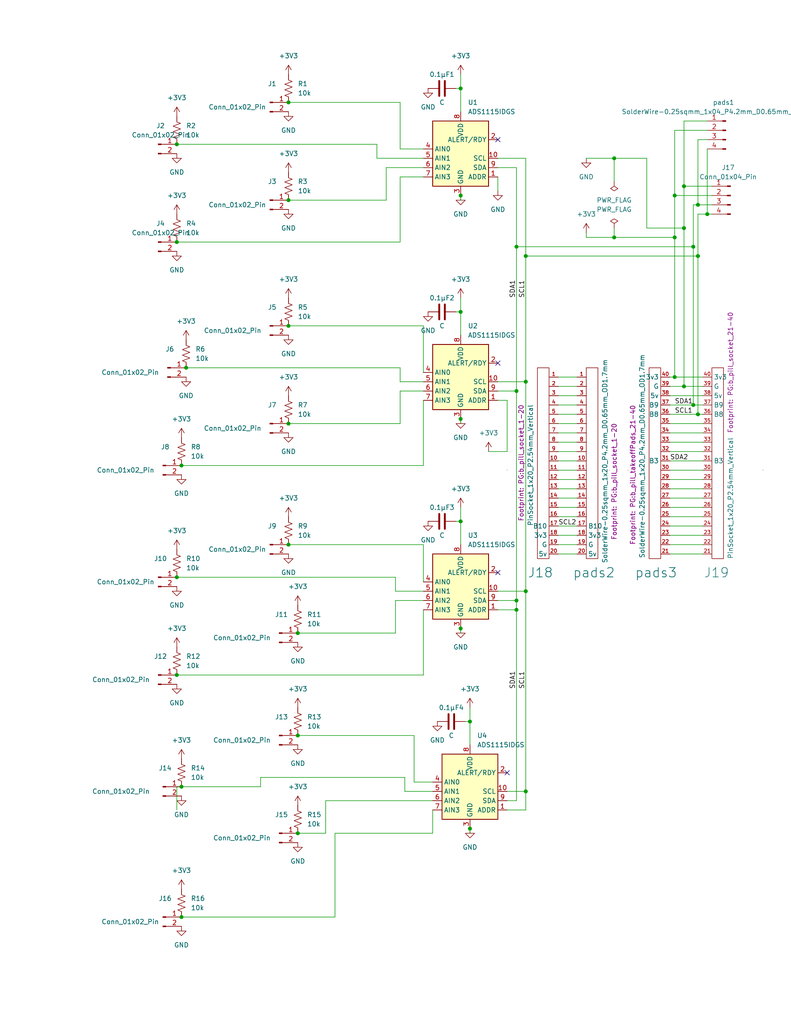
<source format=kicad_sch>
(kicad_sch (version 20230121) (generator eeschema)
  (paper "A" portrait)
  (title_block (title "ADCs for 10K thermistors") (date "2023-05-31"))
  (lib_symbols
    (symbol "Analog_ADC:ADS1115IDGS"
      (property "Reference" "U" (at 2.54 13.97 0))
      (property "Value" "ADS1115IDGS" (at 7.62 11.43 0))
      (symbol "ADS1115IDGS_0_1"
        (rectangle (start -7.62 10.16) (end 7.62 -7.62) (stroke (width 0.254)) (fill (type background)))
      )
      (symbol "ADS1115IDGS_1_1"
        (pin input line (at 10.16 -5.08 180) (length 2.54) (name "ADDR") (number "1"))
        (pin input line (at 10.16 0 180) (length 2.54) (name "SCL") (number "10"))
        (pin output line (at 10.16 5.08 180) (length 2.54) (name "ALERT/RDY") (number "2"))
        (pin power_in line (at 0 -10.16 90) (length 2.54) (name "GND") (number "3"))
        (pin input line (at -10.16 2.54 0) (length 2.54) (name "AIN0") (number "4"))
        (pin input line (at -10.16 0 0) (length 2.54) (name "AIN1") (number "5"))
        (pin input line (at -10.16 -2.54 0) (length 2.54) (name "AIN2") (number "6"))
        (pin input line (at -10.16 -5.08 0) (length 2.54) (name "AIN3") (number "7"))
        (pin power_in line (at 0 12.7 270) (length 2.54) (name "VDD") (number "8"))
        (pin bidirectional line (at 10.16 -2.54 180) (length 2.54) (name "SDA") (number "9"))
      )
    )
    (symbol "Connector:Conn_01x02_Pin" (pin_names (offset 1.016) hide)
      (property "Reference" "J" (at 0 2.54 0))
      (property "Value" "Conn_01x02_Pin" (at 0 -5.08 0))
      (symbol "Conn_01x02_Pin_1_1"
        (polyline (pts (xy 1.27 -2.54) (xy 0.8636 -2.54)) (stroke (width 0.1524)))
        (polyline (pts (xy 1.27 0) (xy 0.8636 0)) (stroke (width 0.1524)))
        (rectangle (start 0.8636 -2.413) (end 0 -2.667) (stroke (width 0.1524)) (fill (type outline)))
        (rectangle (start 0.8636 0.127) (end 0 -0.127) (stroke (width 0.1524)) (fill (type outline)))
        (pin passive line (at 5.08 0 180) (length 3.81) (name "Pin_1") (number "1"))
        (pin passive line (at 5.08 -2.54 180) (length 3.81) (name "Pin_2") (number "2"))
      )
    )
    (symbol "Connector:Conn_01x04_Pin" (pin_names (offset 1.016) hide)
      (property "Reference" "J" (at 0 5.08 0))
      (property "Value" "Conn_01x04_Pin" (at 0 -7.62 0))
      (symbol "Conn_01x04_Pin_1_1"
        (polyline (pts (xy 1.27 -5.08) (xy 0.8636 -5.08)) (stroke (width 0.1524)))
        (polyline (pts (xy 1.27 -2.54) (xy 0.8636 -2.54)) (stroke (width 0.1524)))
        (polyline (pts (xy 1.27 0) (xy 0.8636 0)) (stroke (width 0.1524)))
        (polyline (pts (xy 1.27 2.54) (xy 0.8636 2.54)) (stroke (width 0.1524)))
        (rectangle (start 0.8636 -4.953) (end 0 -5.207) (stroke (width 0.1524)) (fill (type outline)))
        (rectangle (start 0.8636 -2.413) (end 0 -2.667) (stroke (width 0.1524)) (fill (type outline)))
        (rectangle (start 0.8636 0.127) (end 0 -0.127) (stroke (width 0.1524)) (fill (type outline)))
        (rectangle (start 0.8636 2.667) (end 0 2.413) (stroke (width 0.1524)) (fill (type outline)))
        (pin passive line (at 5.08 2.54 180) (length 3.81) (name "Pin_1") (number "1"))
        (pin passive line (at 5.08 0 180) (length 3.81) (name "Pin_2") (number "2"))
        (pin passive line (at 5.08 -2.54 180) (length 3.81) (name "Pin_3") (number "3"))
        (pin passive line (at 5.08 -5.08 180) (length 3.81) (name "Pin_4") (number "4"))
      )
    )
    (symbol "Device:C" (pin_numbers hide) (pin_names (offset 0.254))
      (property "Reference" "C" (at 0.635 2.54 0))
      (property "Value" "C" (at 0.635 -2.54 0))
      (symbol "C_0_1"
        (polyline (pts (xy -2.032 -0.762) (xy 2.032 -0.762)) (stroke (width 0.508)))
        (polyline (pts (xy -2.032 0.762) (xy 2.032 0.762)) (stroke (width 0.508)))
      )
      (symbol "C_1_1"
        (pin passive line (at 0 3.81 270) (length 2.794) (name "~") (number "1"))
        (pin passive line (at 0 -3.81 90) (length 2.794) (name "~") (number "2"))
      )
    )
    (symbol "Device:R_US" (pin_numbers hide) (pin_names (offset 0))
      (property "Reference" "R" (at 2.54 0 90))
      (property "Value" "R_US" (at -2.54 0 90))
      (symbol "R_US_0_1"
        (polyline (pts (xy 0 -2.286) (xy 0 -2.54)))
        (polyline (pts (xy 0 2.286) (xy 0 2.54)))
        (polyline (pts (xy 0 -0.762) (xy 1.016 -1.143) (xy 0 -1.524) (xy -1.016 -1.905) (xy 0 -2.286)))
        (polyline (pts (xy 0 0.762) (xy 1.016 0.381) (xy 0 0) (xy -1.016 -0.381) (xy 0 -0.762)))
        (polyline (pts (xy 0 2.286) (xy 1.016 1.905) (xy 0 1.524) (xy -1.016 1.143) (xy 0 0.762)))
      )
      (symbol "R_US_1_1"
        (pin passive line (at 0 3.81 270) (length 1.27) (name "~") (number "1"))
        (pin passive line (at 0 -3.81 90) (length 1.27) (name "~") (number "2"))
      )
    )
    (symbol "PG:b_pill_1-20"
      (property "Reference" "J" (at -12 -27 0))
      (property "Value" "PinSocket_1x20_P2.54mm_Vertical" (at -7 0 90))
      (property "Footprint" "PG:b_pill_socket_1-20" (at -4 0 90) (show_name))
      (symbol "b_pill_1-20_0_1"
        (rectangle (start -12.7 27.94) (end -9.525 -24.13))
        (rectangle (start -1.27 0) (end -1.27 0))
      )
      (symbol "b_pill_1-20_1_1"
        (pin free line (at -15.24 25.4 0) (length 2.54) (name "") (number "1"))
        (pin free line (at -15.24 2.54 0) (length 2.54) (name "") (number "10"))
        (pin free line (at -15.24 0 0) (length 2.54) (name "") (number "11"))
        (pin free line (at -15.24 -2.54 0) (length 2.54) (name "") (number "12"))
        (pin free line (at -15.24 -5.08 0) (length 2.54) (name "") (number "13"))
        (pin free line (at -15.24 -7.62 0) (length 2.54) (name "") (number "14"))
        (pin free line (at -15.24 -10.16 0) (length 2.54) (name "") (number "15"))
        (pin free line (at -15.24 -12.7 0) (length 2.54) (name "") (number "16"))
        (pin free line (at -15.24 -15.24 0) (length 2.54) (name "B10") (number "17"))
        (pin free line (at -15.24 -17.78 0) (length 2.54) (name "3v3") (number "18"))
        (pin free line (at -15.24 -20.32 0) (length 2.54) (name "G") (number "19"))
        (pin free line (at -15.24 22.86 0) (length 2.54) (name "") (number "2"))
        (pin free line (at -15.24 -22.86 0) (length 2.54) (name "5v") (number "20"))
        (pin free line (at -15.24 20.32 0) (length 2.54) (name "") (number "3"))
        (pin free line (at -15.24 17.78 0) (length 2.54) (name "") (number "4"))
        (pin free line (at -15.24 15.24 0) (length 2.54) (name "") (number "5"))
        (pin free line (at -15.24 12.7 0) (length 2.54) (name "") (number "6"))
        (pin free line (at -15.24 10.16 0) (length 2.54) (name "") (number "7"))
        (pin free line (at -15.24 7.62 0) (length 2.54) (name "") (number "8"))
        (pin free line (at -15.24 5.08 0) (length 2.54) (name "") (number "9"))
      )
    )
    (symbol "PG:b_pill_21-40"
      (property "Reference" "J" (at 10 -27 0))
      (property "Value" "PinSocket_1x20_P2.54mm_Vertical" (at 8 0 90))
      (property "Footprint" "PG:b_pill_socket_21-40" (at 5 0 90) (show_name))
      (symbol "b_pill_21-40_0_1"
        (rectangle (start -1.27 0) (end -1.27 0))
        (rectangle (start 9.525 27.94) (end 12.7 -24.13))
      )
      (symbol "b_pill_21-40_1_1"
        (pin free line (at 15.24 -22.86 180) (length 2.54) (name "") (number "21"))
        (pin free line (at 15.24 -20.32 180) (length 2.54) (name "") (number "22"))
        (pin free line (at 15.24 -17.78 180) (length 2.54) (name "") (number "23"))
        (pin free line (at 15.24 -15.24 180) (length 2.54) (name "") (number "24"))
        (pin free line (at 15.24 -12.7 180) (length 2.54) (name "") (number "25"))
        (pin free line (at 15.24 -10.16 180) (length 2.54) (name "") (number "26"))
        (pin free line (at 15.24 -7.62 180) (length 2.54) (name "") (number "27"))
        (pin free line (at 15.24 -5.08 180) (length 2.54) (name "") (number "28"))
        (pin free line (at 15.24 -2.54 180) (length 2.54) (name "") (number "29"))
        (pin free line (at 15.24 0 180) (length 2.54) (name "") (number "30"))
        (pin free line (at 15.24 2.54 180) (length 2.54) (name "B3") (number "31"))
        (pin free line (at 15.24 5.08 180) (length 2.54) (name "") (number "32"))
        (pin free line (at 15.24 7.62 180) (length 2.54) (name "") (number "33"))
        (pin free line (at 15.24 10.16 180) (length 2.54) (name "") (number "34"))
        (pin free line (at 15.24 12.7 180) (length 2.54) (name "") (number "35"))
        (pin passive line (at 15.24 15.24 180) (length 2.54) (name "B8") (number "36"))
        (pin passive line (at 15.24 17.78 180) (length 2.54) (name "B9") (number "37"))
        (pin free line (at 15.24 20.32 180) (length 2.54) (name "5v") (number "38"))
        (pin power_in line (at 15.24 22.86 180) (length 2.54) (name "G") (number "39"))
        (pin power_in line (at 15.24 25.4 180) (length 2.54) (name "3v3") (number "40"))
      )
    )
    (symbol "power:+3V3" (power) (pin_names (offset 0))
      (property "Value" "+3V3" (at 0 3.556 0))
      (symbol "+3V3_0_1"
        (polyline (pts (xy -0.762 1.27) (xy 0 2.54)))
        (polyline (pts (xy 0 0) (xy 0 2.54)))
        (polyline (pts (xy 0 2.54) (xy 0.762 1.27)))
      )
      (symbol "+3V3_1_1"
        (pin power_in line (at 0 0 90) (length 0) hide (name "+3V3") (number "1"))
      )
    )
    (symbol "power:GND" (power) (pin_names (offset 0))
      (property "Value" "GND" (at 0 -3.81 0))
      (symbol "GND_0_1"
        (polyline (pts (xy 0 0) (xy 0 -1.27) (xy 1.27 -1.27) (xy 0 -2.54) (xy -1.27 -1.27) (xy 0 -1.27)))
      )
      (symbol "GND_1_1"
        (pin power_in line (at 0 0 270) (length 0) hide (name "GND") (number "1"))
      )
    )
    (symbol "power:PWR_FLAG" (power) (pin_numbers hide) (pin_names (offset 0) hide)
      (property "Value" "PWR_FLAG" (at 0 3.81 0))
      (symbol "PWR_FLAG_0_0"
        (pin power_out line (at 0 0 90) (length 0) (name "pwr") (number "1"))
      )
      (symbol "PWR_FLAG_0_1"
        (polyline (pts (xy 0 0) (xy 0 1.27) (xy -1.016 1.905) (xy 0 2.54) (xy 1.016 1.905) (xy 0 1.27)))
      )
    )
  )
  (junction (at 50.8 100.33))
  (junction (at 143.51 215.9))
  (junction (at 49.53 127))
  (junction (at 81.28 200.66))
  (junction (at 189.23 67.31))
  (junction (at 78.74 88.9))
  (junction (at 143.51 104.14))
  (junction (at 184.15 102.87))
  (junction (at 140.97 166.37))
  (junction (at 128.27 196.85))
  (junction (at 48.26 66.04))
  (junction (at 140.97 67.31))
  (junction (at 125.73 171.45))
  (junction (at 184.15 53.34))
  (junction (at 125.73 142.24))
  (junction (at 184.15 64.77))
  (junction (at 125.73 114.3))
  (junction (at 190.5 69.85))
  (junction (at 140.97 163.83))
  (junction (at 125.73 24.13))
  (junction (at 81.28 172.72))
  (junction (at 128.27 226.06))
  (junction (at 78.74 115.57))
  (junction (at 186.69 105.41))
  (junction (at 186.69 50.8))
  (junction (at 143.51 69.85))
  (junction (at 193.04 58.42))
  (junction (at 190.5 113.03))
  (junction (at 143.51 161.29))
  (junction (at 78.74 54.61))
  (junction (at 78.74 148.59))
  (junction (at 49.53 214.63))
  (junction (at 125.73 53.34))
  (junction (at 81.28 227.33))
  (junction (at 167.64 64.77))
  (junction (at 48.26 184.15))
  (junction (at 190.5 55.88))
  (junction (at 125.73 85.09))
  (junction (at 189.23 110.49))
  (junction (at 49.53 250.19))
  (junction (at 78.74 27.94))
  (junction (at 48.26 157.48))
  (junction (at 48.26 39.37))
  (junction (at 167.64 43.18))
  (junction (at 140.97 106.68))
  (junction (at 186.69 62.23))
  (no_connect (at 135.89 156.21))
  (no_connect (at 135.89 38.1))
  (no_connect (at 138.43 210.82))
  (no_connect (at 135.89 99.06))
  (wire (pts (xy 152.4 148.59) (xy 157.48 148.59)))
  (wire (pts (xy 182.88 102.87) (xy 184.15 102.87)))
  (wire (pts (xy 91.44 227.33) (xy 118.11 227.33)))
  (wire (pts (xy 125.73 138.43) (xy 125.73 142.24)))
  (wire (pts (xy 176.53 62.23) (xy 186.69 62.23)))
  (wire (pts (xy 102.87 43.18) (xy 115.57 43.18)))
  (wire (pts (xy 152.4 130.81) (xy 157.48 130.81)))
  (wire (pts (xy 115.57 184.15) (xy 115.57 166.37)))
  (wire (pts (xy 71.12 214.63) (xy 71.12 212.09)))
  (wire (pts (xy 88.9 227.33) (xy 88.9 218.44)))
  (wire (pts (xy 189.23 55.88) (xy 190.5 55.88)))
  (wire (pts (xy 125.73 24.13) (xy 124.46 24.13)))
  (wire (pts (xy 115.57 127) (xy 49.53 127)))
  (wire (pts (xy 182.88 138.43) (xy 191.77 138.43)))
  (wire (pts (xy 48.26 214.63) (xy 48.26 220.98)))
  (wire (pts (xy 140.97 163.83) (xy 135.89 163.83)))
  (wire (pts (xy 160.02 43.18) (xy 167.64 43.18)))
  (wire (pts (xy 152.4 138.43) (xy 157.48 138.43)))
  (wire (pts (xy 125.73 20.32) (xy 125.73 24.13)))
  (wire (pts (xy 125.73 24.13) (xy 125.73 30.48)))
  (wire (pts (xy 143.51 69.85) (xy 190.5 69.85)))
  (wire (pts (xy 135.89 45.72) (xy 140.97 45.72)))
  (wire (pts (xy 48.26 184.15) (xy 115.57 184.15)))
  (wire (pts (xy 190.5 55.88) (xy 194.31 55.88)))
  (wire (pts (xy 182.88 148.59) (xy 191.77 148.59)))
  (wire (pts (xy 152.4 128.27) (xy 157.48 128.27)))
  (wire (pts (xy 184.15 53.34) (xy 194.31 53.34)))
  (wire (pts (xy 140.97 166.37) (xy 140.97 218.44)))
  (wire (pts (xy 109.22 48.26) (xy 115.57 48.26)))
  (wire (pts (xy 125.73 115.57) (xy 125.73 114.3)))
  (wire (pts (xy 143.51 104.14) (xy 143.51 161.29)))
  (wire (pts (xy 78.74 54.61) (xy 105.41 54.61)))
  (wire (pts (xy 152.4 133.35) (xy 157.48 133.35)))
  (wire (pts (xy 152.4 146.05) (xy 157.48 146.05)))
  (wire (pts (xy 125.73 172.72) (xy 125.73 171.45)))
  (wire (pts (xy 115.57 88.9) (xy 78.74 88.9)))
  (wire (pts (xy 78.74 115.57) (xy 109.22 115.57)))
  (wire (pts (xy 152.4 123.19) (xy 157.48 123.19)))
  (wire (pts (xy 48.26 66.04) (xy 109.22 66.04)))
  (wire (pts (xy 102.87 43.18) (xy 102.87 39.37)))
  (wire (pts (xy 102.87 39.37) (xy 48.26 39.37)))
  (wire (pts (xy 186.69 105.41) (xy 191.77 105.41)))
  (wire (pts (xy 125.73 142.24) (xy 125.73 148.59)))
  (wire (pts (xy 135.89 109.22) (xy 138.43 109.22)))
  (wire (pts (xy 184.15 53.34) (xy 184.15 64.77)))
  (wire (pts (xy 105.41 54.61) (xy 105.41 45.72)))
  (wire (pts (xy 167.64 43.18) (xy 167.64 49.53)))
  (wire (pts (xy 152.4 143.51) (xy 157.48 143.51)))
  (wire (pts (xy 48.26 214.63) (xy 49.53 214.63)))
  (wire (pts (xy 140.97 218.44) (xy 138.43 218.44)))
  (wire (pts (xy 143.51 215.9) (xy 143.51 220.98)))
  (wire (pts (xy 193.04 58.42) (xy 194.31 58.42)))
  (wire (pts (xy 140.97 106.68) (xy 140.97 163.83)))
  (wire (pts (xy 182.88 151.13) (xy 191.77 151.13)))
  (wire (pts (xy 109.22 40.64) (xy 115.57 40.64)))
  (wire (pts (xy 107.95 157.48) (xy 107.95 161.29)))
  (wire (pts (xy 143.51 161.29) (xy 135.89 161.29)))
  (wire (pts (xy 91.44 250.19) (xy 91.44 227.33)))
  (wire (pts (xy 109.22 106.68) (xy 115.57 106.68)))
  (wire (pts (xy 182.88 130.81) (xy 191.77 130.81)))
  (wire (pts (xy 152.4 102.87) (xy 157.48 102.87)))
  (wire (pts (xy 143.51 43.18) (xy 143.51 69.85)))
  (wire (pts (xy 182.88 105.41) (xy 186.69 105.41)))
  (wire (pts (xy 190.5 38.1) (xy 190.5 55.88)))
  (wire (pts (xy 182.88 123.19) (xy 191.77 123.19)))
  (wire (pts (xy 71.12 212.09) (xy 110.49 212.09)))
  (wire (pts (xy 182.88 135.89) (xy 191.77 135.89)))
  (wire (pts (xy 190.5 113.03) (xy 191.77 113.03)))
  (wire (pts (xy 182.88 125.73) (xy 191.77 125.73)))
  (wire (pts (xy 152.4 107.95) (xy 157.48 107.95)))
  (wire (pts (xy 182.88 107.95) (xy 191.77 107.95)))
  (wire (pts (xy 193.04 40.64) (xy 193.04 58.42)))
  (wire (pts (xy 105.41 45.72) (xy 115.57 45.72)))
  (wire (pts (xy 118.11 213.36) (xy 113.03 213.36)))
  (wire (pts (xy 135.89 43.18) (xy 143.51 43.18)))
  (wire (pts (xy 140.97 106.68) (xy 135.89 106.68)))
  (wire (pts (xy 115.57 109.22) (xy 115.57 127)))
  (wire (pts (xy 152.4 118.11) (xy 157.48 118.11)))
  (wire (pts (xy 140.97 45.72) (xy 140.97 67.31)))
  (wire (pts (xy 113.03 200.66) (xy 81.28 200.66)))
  (wire (pts (xy 186.69 50.8) (xy 194.31 50.8)))
  (wire (pts (xy 184.15 35.56) (xy 184.15 53.34)))
  (wire (pts (xy 182.88 113.03) (xy 190.5 113.03)))
  (wire (pts (xy 160.02 63.5) (xy 160.02 64.77)))
  (wire (pts (xy 78.74 148.59) (xy 115.57 148.59)))
  (wire (pts (xy 140.97 67.31) (xy 140.97 106.68)))
  (wire (pts (xy 135.89 166.37) (xy 140.97 166.37)))
  (wire (pts (xy 189.23 110.49) (xy 182.88 110.49)))
  (wire (pts (xy 182.88 133.35) (xy 191.77 133.35)))
  (wire (pts (xy 152.4 110.49) (xy 157.48 110.49)))
  (wire (pts (xy 125.73 85.09) (xy 124.46 85.09)))
  (wire (pts (xy 152.4 140.97) (xy 157.48 140.97)))
  (wire (pts (xy 184.15 102.87) (xy 184.15 64.77)))
  (wire (pts (xy 125.73 85.09) (xy 125.73 91.44)))
  (wire (pts (xy 128.27 193.04) (xy 128.27 196.85)))
  (wire (pts (xy 189.23 67.31) (xy 189.23 110.49)))
  (wire (pts (xy 182.88 146.05) (xy 191.77 146.05)))
  (wire (pts (xy 110.49 212.09) (xy 110.49 215.9)))
  (wire (pts (xy 152.4 105.41) (xy 157.48 105.41)))
  (wire (pts (xy 125.73 81.28) (xy 125.73 85.09)))
  (wire (pts (xy 115.57 148.59) (xy 115.57 158.75)))
  (wire (pts (xy 113.03 213.36) (xy 113.03 200.66)))
  (wire (pts (xy 190.5 58.42) (xy 190.5 69.85)))
  (wire (pts (xy 190.5 58.42) (xy 193.04 58.42)))
  (wire (pts (xy 152.4 120.65) (xy 157.48 120.65)))
  (wire (pts (xy 109.22 100.33) (xy 109.22 104.14)))
  (wire (pts (xy 128.27 227.33) (xy 128.27 226.06)))
  (wire (pts (xy 109.22 27.94) (xy 109.22 40.64)))
  (wire (pts (xy 152.4 135.89) (xy 157.48 135.89)))
  (wire (pts (xy 107.95 163.83) (xy 115.57 163.83)))
  (wire (pts (xy 128.27 196.85) (xy 127 196.85)))
  (wire (pts (xy 167.64 43.18) (xy 176.53 43.18)))
  (wire (pts (xy 135.89 48.26) (xy 135.89 52.07)))
  (wire (pts (xy 109.22 104.14) (xy 115.57 104.14)))
  (wire (pts (xy 182.88 115.57) (xy 191.77 115.57)))
  (wire (pts (xy 143.51 69.85) (xy 143.51 104.14)))
  (wire (pts (xy 140.97 163.83) (xy 140.97 166.37)))
  (wire (pts (xy 140.97 67.31) (xy 189.23 67.31)))
  (wire (pts (xy 193.04 38.1) (xy 190.5 38.1)))
  (wire (pts (xy 152.4 151.13) (xy 157.48 151.13)))
  (wire (pts (xy 49.53 214.63) (xy 71.12 214.63)))
  (wire (pts (xy 182.88 118.11) (xy 191.77 118.11)))
  (wire (pts (xy 133.35 123.19) (xy 138.43 123.19)))
  (wire (pts (xy 81.28 227.33) (xy 88.9 227.33)))
  (wire (pts (xy 107.95 172.72) (xy 107.95 163.83)))
  (wire (pts (xy 186.69 33.02) (xy 186.69 50.8)))
  (wire (pts (xy 182.88 140.97) (xy 191.77 140.97)))
  (wire (pts (xy 186.69 50.8) (xy 186.69 62.23)))
  (wire (pts (xy 115.57 101.6) (xy 115.57 88.9)))
  (wire (pts (xy 182.88 143.51) (xy 191.77 143.51)))
  (wire (pts (xy 176.53 43.18) (xy 176.53 62.23)))
  (wire (pts (xy 88.9 218.44) (xy 118.11 218.44)))
  (wire (pts (xy 78.74 27.94) (xy 109.22 27.94)))
  (wire (pts (xy 184.15 102.87) (xy 191.77 102.87)))
  (wire (pts (xy 182.88 128.27) (xy 191.77 128.27)))
  (wire (pts (xy 143.51 161.29) (xy 143.51 215.9)))
  (wire (pts (xy 109.22 66.04) (xy 109.22 48.26)))
  (wire (pts (xy 125.73 54.61) (xy 125.73 53.34)))
  (wire (pts (xy 193.04 33.02) (xy 186.69 33.02)))
  (wire (pts (xy 160.02 64.77) (xy 167.64 64.77)))
  (wire (pts (xy 138.43 109.22) (xy 138.43 123.19)))
  (wire (pts (xy 48.26 157.48) (xy 107.95 157.48)))
  (wire (pts (xy 118.11 227.33) (xy 118.11 220.98)))
  (wire (pts (xy 190.5 113.03) (xy 190.5 69.85)))
  (wire (pts (xy 152.4 115.57) (xy 157.48 115.57)))
  (wire (pts (xy 189.23 55.88) (xy 189.23 67.31)))
  (wire (pts (xy 49.53 250.19) (xy 91.44 250.19)))
  (wire (pts (xy 152.4 125.73) (xy 157.48 125.73)))
  (wire (pts (xy 167.64 64.77) (xy 184.15 64.77)))
  (wire (pts (xy 143.51 220.98) (xy 138.43 220.98)))
  (wire (pts (xy 167.64 62.23) (xy 167.64 64.77)))
  (wire (pts (xy 128.27 196.85) (xy 128.27 203.2)))
  (wire (pts (xy 152.4 113.03) (xy 157.48 113.03)))
  (wire (pts (xy 193.04 35.56) (xy 184.15 35.56)))
  (wire (pts (xy 186.69 105.41) (xy 186.69 62.23)))
  (wire (pts (xy 109.22 115.57) (xy 109.22 106.68)))
  (wire (pts (xy 81.28 172.72) (xy 107.95 172.72)))
  (wire (pts (xy 125.73 142.24) (xy 124.46 142.24)))
  (wire (pts (xy 189.23 110.49) (xy 191.77 110.49)))
  (wire (pts (xy 50.8 100.33) (xy 109.22 100.33)))
  (wire (pts (xy 143.51 104.14) (xy 135.89 104.14)))
  (wire (pts (xy 182.88 120.65) (xy 191.77 120.65)))
  (wire (pts (xy 110.49 215.9) (xy 118.11 215.9)))
  (wire (pts (xy 138.43 215.9) (xy 143.51 215.9)))
  (wire (pts (xy 107.95 161.29) (xy 115.57 161.29)))
  (label "SCL2" (at 152.4 143.51 0))
  (label "SCL1" (at 143.51 187.96 90))
  (label "SDA1" (at 184.15 110.49 0))
  (label "SDA2" (at 182.88 125.73 0))
  (label "SDA1" (at 140.97 187.96 90))
  (label "SCL1" (at 184.15 113.03 0))
  (label "SCL1" (at 143.51 81.28 90))
  (label "SDA1" (at 140.97 81.28 90))
  (symbol (lib_id "power:GND") (at 48.26 68.58 0) (unit 1)
    (property "Reference" "#PWR010" (effects hide))
    (property "Value" "GND" (at 48.26 73.66 0))
  )
  (symbol (lib_id "PG:b_pill_21-40") (at 207.01 128.27 0) (mirror y) (unit 1)
    (property "Reference" "J19" (at 195.58 156.21 0) (effects (font (size 2.54 2.54))))
    (property "Value" "PinSocket_1x20_P2.54mm_Vertical" (at 199.39 135.89 90))
    (property "Footprint" "PG:b_pill_socket_21-40" (at 199.39 101.6 90) (show_name))
  )
  (symbol (lib_id "Device:C") (at 120.65 85.09 270) (mirror x) (unit 1)
    (property "Reference" "0.1µF2" (at 120.65 81.28 90))
    (property "Value" "C" (at 120.65 88.9 90))
    (property "Footprint" "Capacitor_SMD:C_0805_2012Metric" (effects hide))
  )
  (symbol (lib_id "Connector:Conn_01x02_Pin") (at 76.2 227.33 0) (unit 1)
    (property "Reference" "J15" (at 76.835 222.25 0))
    (property "Value" "Conn_01x02_Pin" (at 66.04 228.6 0))
    (property "Footprint" "Connector_JST:JST_XH_B2B-XH-A_1x02_P2.50mm_Vertical" (effects hide))
  )
  (symbol (lib_id "Analog_ADC:ADS1115IDGS") (at 125.73 43.18 0) (unit 1)
    (property "Reference" "U1" (at 127.6859 27.94 0) (effects (justify left)))
    (property "Value" "ADS1115IDGS" (at 127.6859 30.48 0) (effects (justify left)))
    (property "Footprint" "Package_SO:TSSOP-10_3x3mm_P0.5mm" (effects hide))
    (property "Datasheet" "http://www.ti.com/lit/ds/symlink/ads1113.pdf" (effects hide))
  )
  (symbol (lib_id "power:+3V3") (at 125.73 138.43 0) (unit 1)
    (property "Reference" "#PWR046" (effects hide))
    (property "Value" "+3V3" (at 125.73 133.35 0))
  )
  (symbol (lib_id "Connector:Conn_01x02_Pin") (at 44.45 250.19 0) (unit 1)
    (property "Reference" "J16" (at 45.085 245.11 0))
    (property "Value" "Conn_01x02_Pin" (at 35.56 251.46 0))
    (property "Footprint" "Connector_JST:JST_XH_B2B-XH-A_1x02_P2.50mm_Vertical" (effects hide))
  )
  (symbol (lib_id "PG:b_pill_1-20") (at 137.16 128.27 0) (mirror y) (unit 1)
    (property "Reference" "J18" (at 151.13 156.21 0) (effects (font (size 2.54 2.54)) (justify left)))
    (property "Value" "PinSocket_1x20_P2.54mm_Vertical" (at 144.78 143.51 90) (effects (justify left)))
    (property "Footprint" "PG:b_pill_socket_1-20" (at 142.24 142.24 90) (show_name) (effects (justify left)))
  )
  (symbol (lib_id "power:GND") (at 81.28 229.87 0) (unit 1)
    (property "Reference" "#PWR036" (effects hide))
    (property "Value" "GND" (at 81.28 234.95 0))
  )
  (symbol (lib_id "power:+3V3") (at 125.73 81.28 0) (unit 1)
    (property "Reference" "#PWR029" (effects hide))
    (property "Value" "+3V3" (at 125.73 76.2 0))
  )
  (symbol (lib_id "Connector:Conn_01x02_Pin") (at 43.18 184.15 0) (unit 1)
    (property "Reference" "J12" (at 43.815 179.07 0))
    (property "Value" "Conn_01x02_Pin" (at 33.02 185.42 0))
    (property "Footprint" "Connector_JST:JST_XH_B2B-XH-A_1x02_P2.50mm_Vertical" (effects hide))
  )
  (symbol (lib_id "Connector:Conn_01x04_Pin") (at 198.12 35.56 0) (mirror y) (unit 1)
    (property "Reference" "pads1" (at 197.485 27.94 0))
    (property "Value" "SolderWire-0.25sqmm_1x04_P4.2mm_D0.65mm_OD1.7mm\n" (at 197.485 30.48 0))
    (property "Footprint" "SolderWire-0.25sqmm_1x04_P4.2mm_D0.65mm_OD1.7mm" (effects hide))
  )
  (symbol (lib_id "power:+3V3") (at 48.26 31.75 0) (unit 1)
    (property "Reference" "#PWR05" (effects hide))
    (property "Value" "+3V3" (at 48.26 26.67 0))
  )
  (symbol (lib_id "power:GND") (at 125.73 114.3 0) (unit 1)
    (property "Reference" "#PWR020" (effects hide))
    (property "Value" "GND" (at 125.73 119.38 0))
  )
  (symbol (lib_id "Connector:Conn_01x02_Pin") (at 76.2 172.72 0) (unit 1)
    (property "Reference" "J11" (at 76.835 167.64 0))
    (property "Value" "Conn_01x02_Pin" (at 66.04 173.99 0))
    (property "Footprint" "Connector_JST:JST_XH_B2B-XH-A_1x02_P2.50mm_Vertical" (effects hide))
  )
  (symbol (lib_id "power:+3V3") (at 49.53 119.38 0) (unit 1)
    (property "Reference" "#PWR017" (effects hide))
    (property "Value" "+3V3" (at 49.53 114.3 0))
  )
  (symbol (lib_id "Device:R_US") (at 81.28 196.85 0) (unit 1)
    (property "Reference" "R13" (at 83.82 195.58 0) (effects (justify left)))
    (property "Value" "10k" (at 83.82 198.12 0) (effects (justify left)))
    (property "Footprint" "Resistor_SMD:R_0603_1608Metric" (effects hide))
  )
  (symbol (lib_id "power:+3V3") (at 128.27 193.04 0) (unit 1)
    (property "Reference" "#PWR048" (effects hide))
    (property "Value" "+3V3" (at 128.27 187.96 0))
  )
  (symbol (lib_id "Connector:Conn_01x02_Pin") (at 44.45 214.63 0) (unit 1)
    (property "Reference" "J14" (at 45.085 209.55 0))
    (property "Value" "Conn_01x02_Pin" (at 33.02 215.9 0))
    (property "Footprint" "Connector_JST:JST_XH_B2B-XH-A_1x02_P2.50mm_Vertical" (effects hide))
  )
  (symbol (lib_id "power:+3V3") (at 48.26 58.42 0) (unit 1)
    (property "Reference" "#PWR09" (effects hide))
    (property "Value" "+3V3" (at 48.26 53.34 0))
  )
  (symbol (lib_id "Device:R_US") (at 48.26 153.67 0) (unit 1)
    (property "Reference" "R10" (at 50.8 152.4 0) (effects (justify left)))
    (property "Value" "10k" (at 50.8 154.94 0) (effects (justify left)))
    (property "Footprint" "Resistor_SMD:R_0603_1608Metric" (effects hide))
  )
  (symbol (lib_id "power:GND") (at 49.53 252.73 0) (unit 1)
    (property "Reference" "#PWR038" (effects hide))
    (property "Value" "GND" (at 49.53 257.81 0))
  )
  (symbol (lib_id "power:+3V3") (at 78.74 107.95 0) (unit 1)
    (property "Reference" "#PWR015" (effects hide))
    (property "Value" "+3V3" (at 78.74 102.87 0))
  )
  (symbol (lib_id "Connector:Conn_01x02_Pin") (at 44.45 127 0) (unit 1)
    (property "Reference" "J8" (at 45.085 121.92 0))
    (property "Value" "Conn_01x02_Pin" (at 34.29 128.27 0))
    (property "Footprint" "Connector_JST:JST_XH_B2B-XH-A_1x02_P2.50mm_Vertical" (effects hide))
  )
  (symbol (lib_id "Connector:Conn_01x02_Pin") (at 73.66 148.59 0) (unit 1)
    (property "Reference" "J9" (at 74.295 143.51 0))
    (property "Value" "Conn_01x02_Pin" (at 64.77 149.86 0))
    (property "Footprint" "Connector_JST:JST_XH_B2B-XH-A_1x02_P2.50mm_Vertical" (effects hide))
  )
  (symbol (lib_id "power:+3V3") (at 160.02 63.5 0) (unit 1)
    (property "Reference" "#PWR042" (effects hide))
    (property "Value" "+3V3" (at 160.02 58.42 0))
  )
  (symbol (lib_id "power:GND") (at 160.02 43.18 0) (unit 1)
    (property "Reference" "#PWR041" (effects hide))
    (property "Value" "GND" (at 160.02 48.26 0))
  )
  (symbol (lib_id "power:+3V3") (at 81.28 219.71 0) (unit 1)
    (property "Reference" "#PWR035" (effects hide))
    (property "Value" "+3V3" (at 81.28 214.63 0))
  )
  (symbol (lib_id "Device:R_US") (at 78.74 50.8 0) (unit 1)
    (property "Reference" "R3" (at 81.28 49.53 0) (effects (justify left)))
    (property "Value" "10k" (at 81.28 52.07 0) (effects (justify left)))
    (property "Footprint" "Resistor_SMD:R_0603_1608Metric" (effects hide))
  )
  (symbol (lib_id "power:GND") (at 78.74 57.15 0) (unit 1)
    (property "Reference" "#PWR08" (effects hide))
    (property "Value" "GND" (at 78.74 62.23 0))
  )
  (symbol (lib_id "power:GND") (at 78.74 91.44 0) (unit 1)
    (property "Reference" "#PWR012" (effects hide))
    (property "Value" "GND" (at 78.74 96.52 0))
  )
  (symbol (lib_id "Connector:Conn_01x02_Pin") (at 43.18 39.37 0) (unit 1)
    (property "Reference" "J2" (at 43.815 34.29 0))
    (property "Value" "Conn_01x02_Pin" (at 43.815 36.83 0))
    (property "Footprint" "Connector_JST:JST_XH_B2B-XH-A_1x02_P2.50mm_Vertical" (effects hide))
  )
  (symbol (lib_id "power:+3V3") (at 133.35 123.19 0) (unit 1)
    (property "Reference" "#PWR043" (effects hide))
    (property "Value" "+3V3" (at 133.35 118.11 0))
  )
  (symbol (lib_id "Device:R_US") (at 81.28 223.52 0) (unit 1)
    (property "Reference" "R15" (at 83.82 222.25 0) (effects (justify left)))
    (property "Value" "10k" (at 83.82 224.79 0) (effects (justify left)))
    (property "Footprint" "Resistor_SMD:R_0603_1608Metric" (effects hide))
  )
  (symbol (lib_id "Device:C") (at 120.65 24.13 270) (mirror x) (unit 1)
    (property "Reference" "0.1µF1" (at 120.65 20.32 90))
    (property "Value" "C" (at 120.65 27.94 90))
    (property "Footprint" "Capacitor_SMD:C_0805_2012Metric" (effects hide))
  )
  (symbol (lib_id "PG:b_pill_1-20") (at 172.72 128.27 0) (unit 1)
    (property "Reference" "pads2" (at 156.21 156.21 0) (effects (font (size 2.54 2.54)) (justify left)))
    (property "Value" "SolderWire-0.25sqmm_1x20_P4.2mm_D0.65mm_OD1.7mm" (at 165.1 153.67 90) (effects (justify left)))
    (property "Footprint" "PG:b_pill_socket_1-20" (at 167.64 147.32 90) (show_name) (effects (justify left)))
  )
  (symbol (lib_id "power:+3V3") (at 78.74 140.97 0) (unit 1)
    (property "Reference" "#PWR021" (effects hide))
    (property "Value" "+3V3" (at 78.74 135.89 0))
  )
  (symbol (lib_id "Connector:Conn_01x02_Pin") (at 43.18 157.48 0) (unit 1)
    (property "Reference" "J10" (at 43.815 152.4 0))
    (property "Value" "Conn_01x02_Pin" (at 34.29 158.75 0))
    (property "Footprint" "Connector_JST:JST_XH_B2B-XH-A_1x02_P2.50mm_Vertical" (effects hide))
  )
  (symbol (lib_id "power:GND") (at 125.73 53.34 0) (unit 1)
    (property "Reference" "#PWR03" (effects hide))
    (property "Value" "GND" (at 125.73 58.42 0))
  )
  (symbol (lib_id "Device:R_US") (at 78.74 111.76 0) (unit 1)
    (property "Reference" "R7" (at 81.28 110.49 0) (effects (justify left)))
    (property "Value" "10k" (at 81.28 113.03 0) (effects (justify left)))
    (property "Footprint" "Resistor_SMD:R_0603_1608Metric" (effects hide))
  )
  (symbol (lib_id "Device:R_US") (at 78.74 144.78 0) (unit 1)
    (property "Reference" "R9" (at 81.28 143.51 0) (effects (justify left)))
    (property "Value" "10k" (at 81.28 146.05 0) (effects (justify left)))
    (property "Footprint" "Resistor_SMD:R_0603_1608Metric" (effects hide))
  )
  (symbol (lib_id "power:+3V3") (at 78.74 20.32 0) (unit 1)
    (property "Reference" "#PWR01" (effects hide))
    (property "Value" "+3V3" (at 78.74 15.24 0))
  )
  (symbol (lib_id "power:GND") (at 81.28 203.2 0) (unit 1)
    (property "Reference" "#PWR032" (effects hide))
    (property "Value" "GND" (at 81.28 208.28 0))
  )
  (symbol (lib_id "power:PWR_FLAG") (at 167.64 49.53 0) (mirror x) (unit 1)
    (property "Reference" "#FLG01" (effects hide))
    (property "Value" "PWR_FLAG" (at 167.64 54.61 0))
  )
  (symbol (lib_id "Device:C") (at 123.19 196.85 270) (mirror x) (unit 1)
    (property "Reference" "0.1µF4" (at 123.19 193.04 90))
    (property "Value" "C" (at 123.19 200.66 90))
    (property "Footprint" "Capacitor_SMD:C_0805_2012Metric" (effects hide))
  )
  (symbol (lib_id "power:GND") (at 49.53 217.17 0) (unit 1)
    (property "Reference" "#PWR034" (effects hide))
    (property "Value" "GND" (at 49.53 222.25 0))
  )
  (symbol (lib_id "Device:R_US") (at 48.26 62.23 0) (unit 1)
    (property "Reference" "R4" (at 50.8 60.96 0) (effects (justify left)))
    (property "Value" "10k" (at 50.8 63.5 0) (effects (justify left)))
    (property "Footprint" "Resistor_SMD:R_0603_1608Metric" (effects hide))
  )
  (symbol (lib_id "power:+3V3") (at 49.53 207.01 0) (unit 1)
    (property "Reference" "#PWR033" (effects hide))
    (property "Value" "+3V3" (at 49.53 201.93 0))
  )
  (symbol (lib_id "power:GND") (at 50.8 102.87 0) (unit 1)
    (property "Reference" "#PWR014" (effects hide))
    (property "Value" "GND" (at 50.8 107.95 0))
  )
  (symbol (lib_id "power:GND") (at 48.26 160.02 0) (unit 1)
    (property "Reference" "#PWR024" (effects hide))
    (property "Value" "GND" (at 48.26 165.1 0))
  )
  (symbol (lib_id "power:+3V3") (at 125.73 20.32 0) (unit 1)
    (property "Reference" "#PWR04" (effects hide))
    (property "Value" "+3V3" (at 125.73 15.24 0))
  )
  (symbol (lib_id "Analog_ADC:ADS1115IDGS") (at 128.27 215.9 0) (unit 1)
    (property "Reference" "U4" (at 130.2259 200.66 0) (effects (justify left)))
    (property "Value" "ADS1115IDGS" (at 130.2259 203.2 0) (effects (justify left)))
    (property "Footprint" "Package_SO:TSSOP-10_3x3mm_P0.5mm" (effects hide))
    (property "Datasheet" "http://www.ti.com/lit/ds/symlink/ads1113.pdf" (effects hide))
  )
  (symbol (lib_id "PG:b_pill_21-40") (at 167.64 128.27 0) (unit 1)
    (property "Reference" "pads3" (at 179.07 156.21 0) (effects (font (size 2.54 2.54))))
    (property "Value" "SolderWire-0.25sqmm_1x20_P4.2mm_D0.65mm_OD1.7mm\n" (at 175.26 124.46 90))
    (property "Footprint" "PG:b_pill_takeoffPads_21-40" (at 172.72 129.54 90) (show_name))
  )
  (symbol (lib_id "power:GND") (at 116.84 85.09 0) (mirror y) (unit 1)
    (property "Reference" "#PWR019" (effects hide))
    (property "Value" "GND" (at 116.84 90.17 0))
  )
  (symbol (lib_id "power:GND") (at 48.26 41.91 0) (unit 1)
    (property "Reference" "#PWR06" (effects hide))
    (property "Value" "GND" (at 48.26 46.99 0))
  )
  (symbol (lib_id "power:GND") (at 48.26 186.69 0) (unit 1)
    (property "Reference" "#PWR028" (effects hide))
    (property "Value" "GND" (at 48.26 191.77 0))
  )
  (symbol (lib_id "power:+3V3") (at 81.28 165.1 0) (unit 1)
    (property "Reference" "#PWR025" (effects hide))
    (property "Value" "+3V3" (at 81.28 160.02 0))
  )
  (symbol (lib_id "Connector:Conn_01x02_Pin") (at 43.18 66.04 0) (unit 1)
    (property "Reference" "J4" (at 43.815 60.96 0))
    (property "Value" "Conn_01x02_Pin" (at 43.815 63.5 0))
    (property "Footprint" "Connector_JST:JST_XH_B2B-XH-A_1x02_P2.50mm_Vertical" (effects hide))
  )
  (symbol (lib_id "Device:C") (at 120.65 142.24 270) (mirror x) (unit 1)
    (property "Reference" "0.1µF3" (at 120.65 138.43 90))
    (property "Value" "C" (at 120.65 146.05 90))
    (property "Footprint" "Capacitor_SMD:C_0805_2012Metric" (effects hide))
  )
  (symbol (lib_id "power:+3V3") (at 78.74 81.28 0) (unit 1)
    (property "Reference" "#PWR011" (effects hide))
    (property "Value" "+3V3" (at 78.74 76.2 0))
  )
  (symbol (lib_id "power:GND") (at 81.28 175.26 0) (unit 1)
    (property "Reference" "#PWR026" (effects hide))
    (property "Value" "GND" (at 81.28 180.34 0))
  )
  (symbol (lib_id "power:+3V3") (at 81.28 193.04 0) (unit 1)
    (property "Reference" "#PWR031" (effects hide))
    (property "Value" "+3V3" (at 81.28 187.96 0))
  )
  (symbol (lib_id "power:GND") (at 116.84 24.13 0) (mirror y) (unit 1)
    (property "Reference" "#PWR045" (effects hide))
    (property "Value" "GND" (at 116.84 29.21 0))
  )
  (symbol (lib_id "power:GND") (at 78.74 30.48 0) (unit 1)
    (property "Reference" "#PWR02" (effects hide))
    (property "Value" "GND" (at 78.74 35.56 0))
  )
  (symbol (lib_id "power:GND") (at 116.84 142.24 0) (mirror y) (unit 1)
    (property "Reference" "#PWR039" (effects hide))
    (property "Value" "GND" (at 116.84 147.32 0))
  )
  (symbol (lib_id "power:+3V3") (at 50.8 92.71 0) (unit 1)
    (property "Reference" "#PWR013" (effects hide))
    (property "Value" "+3V3" (at 50.8 87.63 0))
  )
  (symbol (lib_id "power:GND") (at 78.74 118.11 0) (unit 1)
    (property "Reference" "#PWR016" (effects hide))
    (property "Value" "GND" (at 78.74 123.19 0))
  )
  (symbol (lib_id "Analog_ADC:ADS1115IDGS") (at 125.73 161.29 0) (unit 1)
    (property "Reference" "U3" (at 127.6859 146.05 0) (effects (justify left)))
    (property "Value" "ADS1115IDGS" (at 127.6859 148.59 0) (effects (justify left)))
    (property "Footprint" "Package_SO:TSSOP-10_3x3mm_P0.5mm" (effects hide))
    (property "Datasheet" "http://www.ti.com/lit/ds/symlink/ads1113.pdf" (effects hide))
  )
  (symbol (lib_id "power:GND") (at 128.27 226.06 0) (unit 1)
    (property "Reference" "#PWR040" (effects hide))
    (property "Value" "GND" (at 128.27 231.14 0))
  )
  (symbol (lib_id "power:GND") (at 125.73 171.45 0) (unit 1)
    (property "Reference" "#PWR030" (effects hide))
    (property "Value" "GND" (at 125.73 176.53 0))
  )
  (symbol (lib_id "power:GND") (at 119.38 196.85 0) (mirror y) (unit 1)
    (property "Reference" "#PWR047" (effects hide))
    (property "Value" "GND" (at 119.38 201.93 0))
  )
  (symbol (lib_id "power:GND") (at 49.53 129.54 0) (unit 1)
    (property "Reference" "#PWR018" (effects hide))
    (property "Value" "GND" (at 49.53 134.62 0))
  )
  (symbol (lib_id "power:GND") (at 78.74 151.13 0) (unit 1)
    (property "Reference" "#PWR022" (effects hide))
    (property "Value" "GND" (at 78.74 156.21 0))
  )
  (symbol (lib_id "power:PWR_FLAG") (at 167.64 62.23 0) (unit 1)
    (property "Reference" "#FLG02" (effects hide))
    (property "Value" "PWR_FLAG" (at 167.64 57.15 0))
  )
  (symbol (lib_id "Device:R_US") (at 48.26 35.56 0) (unit 1)
    (property "Reference" "R2" (at 50.8 34.29 0) (effects (justify left)))
    (property "Value" "10k" (at 50.8 36.83 0) (effects (justify left)))
    (property "Footprint" "Resistor_SMD:R_0603_1608Metric" (effects hide))
  )
  (symbol (lib_id "power:GND") (at 135.89 52.07 0) (unit 1)
    (property "Reference" "#PWR044" (effects hide))
    (property "Value" "GND" (at 135.89 57.15 0))
  )
  (symbol (lib_id "Connector:Conn_01x04_Pin") (at 199.39 53.34 0) (mirror y) (unit 1)
    (property "Reference" "J17" (at 198.755 45.72 0))
    (property "Value" "Conn_01x04_Pin" (at 198.755 48.26 0))
    (property "Footprint" "Connector_JST:JST_XH_B4B-XH-A_1x04_P2.50mm_Vertical" (effects hide))
  )
  (symbol (lib_id "Connector:Conn_01x02_Pin") (at 73.66 27.94 0) (unit 1)
    (property "Reference" "J1" (at 74.295 22.86 0))
    (property "Value" "Conn_01x02_Pin" (at 64.77 29.21 0))
    (property "Footprint" "Connector_JST:JST_XH_B2B-XH-A_1x02_P2.50mm_Vertical" (effects hide))
  )
  (symbol (lib_id "Device:R_US") (at 78.74 24.13 0) (unit 1)
    (property "Reference" "R1" (at 81.28 22.86 0) (effects (justify left)))
    (property "Value" "10k" (at 81.28 25.4 0) (effects (justify left)))
    (property "Footprint" "Resistor_SMD:R_0603_1608Metric" (effects hide))
  )
  (symbol (lib_id "power:+3V3") (at 48.26 176.53 0) (unit 1)
    (property "Reference" "#PWR027" (effects hide))
    (property "Value" "+3V3" (at 48.26 171.45 0))
  )
  (symbol (lib_id "Device:R_US") (at 49.53 123.19 0) (unit 1)
    (property "Reference" "R8" (at 52.07 121.92 0) (effects (justify left)))
    (property "Value" "10k" (at 52.07 124.46 0) (effects (justify left)))
    (property "Footprint" "Resistor_SMD:R_0603_1608Metric" (effects hide))
  )
  (symbol (lib_id "Device:R_US") (at 49.53 210.82 0) (unit 1)
    (property "Reference" "R14" (at 52.07 209.55 0) (effects (justify left)))
    (property "Value" "10k" (at 52.07 212.09 0) (effects (justify left)))
    (property "Footprint" "Resistor_SMD:R_0603_1608Metric" (effects hide))
  )
  (symbol (lib_id "Connector:Conn_01x02_Pin") (at 76.2 200.66 0) (unit 1)
    (property "Reference" "J13" (at 76.835 195.58 0))
    (property "Value" "Conn_01x02_Pin" (at 66.04 201.93 0))
    (property "Footprint" "Connector_JST:JST_XH_B2B-XH-A_1x02_P2.50mm_Vertical" (effects hide))
  )
  (symbol (lib_id "power:+3V3") (at 48.26 149.86 0) (unit 1)
    (property "Reference" "#PWR023" (effects hide))
    (property "Value" "+3V3" (at 48.26 144.78 0))
  )
  (symbol (lib_id "Device:R_US") (at 49.53 246.38 0) (unit 1)
    (property "Reference" "R16" (at 52.07 245.11 0) (effects (justify left)))
    (property "Value" "10k" (at 52.07 247.65 0) (effects (justify left)))
    (property "Footprint" "Resistor_SMD:R_0603_1608Metric" (effects hide))
  )
  (symbol (lib_id "power:+3V3") (at 78.74 46.99 0) (unit 1)
    (property "Reference" "#PWR07" (effects hide))
    (property "Value" "+3V3" (at 78.74 41.91 0))
  )
  (symbol (lib_id "Device:R_US") (at 50.8 96.52 0) (unit 1)
    (property "Reference" "R6" (at 53.34 95.25 0) (effects (justify left)))
    (property "Value" "10k" (at 53.34 97.79 0) (effects (justify left)))
    (property "Footprint" "Resistor_SMD:R_0603_1608Metric" (effects hide))
  )
  (symbol (lib_id "Device:R_US") (at 48.26 180.34 0) (unit 1)
    (property "Reference" "R12" (at 50.8 179.07 0) (effects (justify left)))
    (property "Value" "10k" (at 50.8 181.61 0) (effects (justify left)))
    (property "Footprint" "Resistor_SMD:R_0603_1608Metric" (effects hide))
  )
  (symbol (lib_id "Connector:Conn_01x02_Pin") (at 73.66 54.61 0) (unit 1)
    (property "Reference" "J3" (at 74.295 49.53 0))
    (property "Value" "Conn_01x02_Pin" (at 64.77 55.88 0))
    (property "Footprint" "Connector_JST:JST_XH_B2B-XH-A_1x02_P2.50mm_Vertical" (effects hide))
  )
  (symbol (lib_id "Device:R_US") (at 81.28 168.91 0) (unit 1)
    (property "Reference" "R11" (at 83.82 167.64 0) (effects (justify left)))
    (property "Value" "10k" (at 83.82 170.18 0) (effects (justify left)))
    (property "Footprint" "Resistor_SMD:R_0603_1608Metric" (effects hide))
  )
  (symbol (lib_id "Connector:Conn_01x02_Pin") (at 73.66 88.9 0) (unit 1)
    (property "Reference" "J5" (at 74.295 83.82 0))
    (property "Value" "Conn_01x02_Pin" (at 63.5 90.17 0))
    (property "Footprint" "Connector_JST:JST_XH_B2B-XH-A_1x02_P2.50mm_Vertical" (effects hide))
  )
  (symbol (lib_id "Connector:Conn_01x02_Pin") (at 73.66 115.57 0) (unit 1)
    (property "Reference" "J7" (at 74.295 110.49 0))
    (property "Value" "Conn_01x02_Pin" (at 63.5 116.84 0))
    (property "Footprint" "Connector_JST:JST_XH_B2B-XH-A_1x02_P2.50mm_Vertical" (effects hide))
  )
  (symbol (lib_id "power:+3V3") (at 49.53 242.57 0) (unit 1)
    (property "Reference" "#PWR037" (effects hide))
    (property "Value" "+3V3" (at 49.53 237.49 0))
  )
  (symbol (lib_id "Device:R_US") (at 78.74 85.09 0) (unit 1)
    (property "Reference" "R5" (at 81.28 83.82 0) (effects (justify left)))
    (property "Value" "10k" (at 81.28 86.36 0) (effects (justify left)))
    (property "Footprint" "Resistor_SMD:R_0603_1608Metric" (effects hide))
  )
  (symbol (lib_id "Connector:Conn_01x02_Pin") (at 45.72 100.33 0) (unit 1)
    (property "Reference" "J6" (at 46.355 95.25 0))
    (property "Value" "Conn_01x02_Pin" (at 35.56 101.6 0))
    (property "Footprint" "Connector_JST:JST_XH_B2B-XH-A_1x02_P2.50mm_Vertical" (effects hide))
  )
  (symbol (lib_id "Analog_ADC:ADS1115IDGS") (at 125.73 104.14 0) (unit 1)
    (property "Reference" "U2" (at 127.6859 88.9 0) (effects (justify left)))
    (property "Value" "ADS1115IDGS" (at 127.6859 91.44 0) (effects (justify left)))
    (property "Footprint" "Package_SO:TSSOP-10_3x3mm_P0.5mm" (effects hide))
    (property "Datasheet" "http://www.ti.com/lit/ds/symlink/ads1113.pdf" (effects hide))
  )
)
</source>
